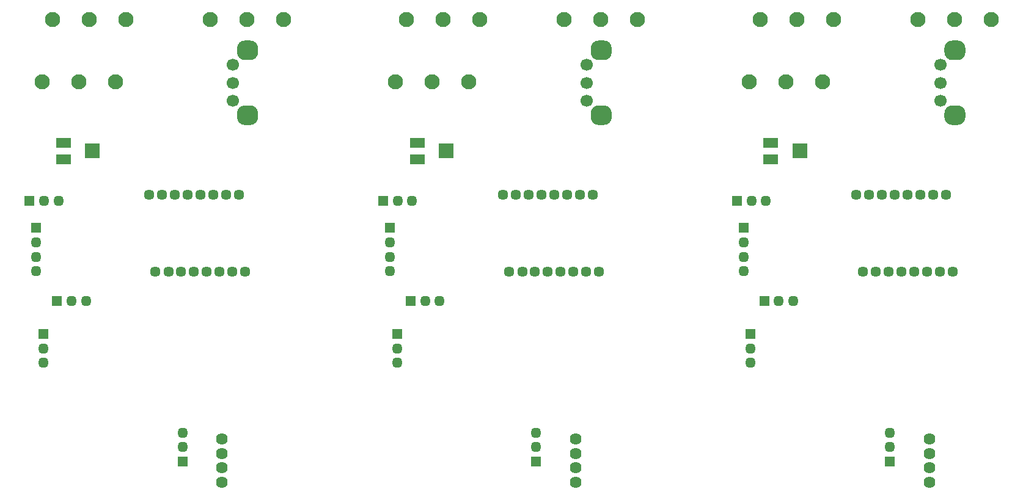
<source format=gbr>
%TF.GenerationSoftware,KiCad,Pcbnew,(5.1.6-0-10_14)*%
%TF.CreationDate,2020-11-03T23:38:41+01:00*%
%TF.ProjectId,panel_x3,70616e65-6c5f-4783-932e-6b696361645f,rev?*%
%TF.SameCoordinates,Original*%
%TF.FileFunction,Soldermask,Bot*%
%TF.FilePolarity,Negative*%
%FSLAX46Y46*%
G04 Gerber Fmt 4.6, Leading zero omitted, Abs format (unit mm)*
G04 Created by KiCad (PCBNEW (5.1.6-0-10_14)) date 2020-11-03 23:38:41*
%MOMM*%
%LPD*%
G01*
G04 APERTURE LIST*
%ADD10O,1.450000X1.450000*%
%ADD11R,1.450000X1.450000*%
%ADD12C,1.624000*%
%ADD13C,2.100000*%
%ADD14C,1.700000*%
%ADD15R,2.100000X1.400000*%
%ADD16R,2.100000X2.100000*%
%ADD17C,1.450000*%
G04 APERTURE END LIST*
D10*
%TO.C,J4*%
X177980000Y-110183200D03*
X177980000Y-112183200D03*
D11*
X177980000Y-114183200D03*
%TD*%
D10*
%TO.C,J3*%
X157700000Y-87800000D03*
X157700000Y-85800000D03*
X157700000Y-83800000D03*
D11*
X157700000Y-81800000D03*
%TD*%
D12*
%TO.C,J1*%
X183441000Y-117056200D03*
X183441000Y-111056200D03*
X183441000Y-113056200D03*
X183441000Y-115056200D03*
%TD*%
D13*
%TO.C,SW2*%
X181840000Y-52850000D03*
X192000000Y-52850000D03*
X186920000Y-52850000D03*
%TD*%
%TO.C,SW3*%
G36*
G01*
X187407500Y-58506000D02*
X186586500Y-58506000D01*
G75*
G02*
X185547000Y-57466500I0J1039500D01*
G01*
X185547000Y-56845500D01*
G75*
G02*
X186586500Y-55806000I1039500J0D01*
G01*
X187407500Y-55806000D01*
G75*
G02*
X188447000Y-56845500I0J-1039500D01*
G01*
X188447000Y-57466500D01*
G75*
G02*
X187407500Y-58506000I-1039500J0D01*
G01*
G37*
G36*
G01*
X187407500Y-67506000D02*
X186586500Y-67506000D01*
G75*
G02*
X185547000Y-66466500I0J1039500D01*
G01*
X185547000Y-65845500D01*
G75*
G02*
X186586500Y-64806000I1039500J0D01*
G01*
X187407500Y-64806000D01*
G75*
G02*
X188447000Y-65845500I0J-1039500D01*
G01*
X188447000Y-66466500D01*
G75*
G02*
X187407500Y-67506000I-1039500J0D01*
G01*
G37*
D14*
X184997000Y-59156000D03*
X184997000Y-61656000D03*
X184997000Y-64156000D03*
%TD*%
D15*
%TO.C,RV1*%
X161500000Y-72250000D03*
D16*
X165500000Y-71100000D03*
D15*
X161500000Y-69950000D03*
%TD*%
D17*
%TO.C,U2*%
X173340000Y-77150000D03*
X175120000Y-77150000D03*
X176900000Y-77150000D03*
X178680000Y-77150000D03*
X180460000Y-77150000D03*
X182240000Y-77150000D03*
X184020000Y-77150000D03*
X185800000Y-77150000D03*
X174230000Y-87850000D03*
X176050000Y-87850000D03*
X177790000Y-87850000D03*
X179570000Y-87850000D03*
X181350000Y-87850000D03*
X183130000Y-87850000D03*
X184910000Y-87850000D03*
X186690000Y-87850000D03*
%TD*%
D13*
%TO.C,SW4*%
X163600000Y-61550000D03*
X168680000Y-61550000D03*
X158520000Y-61550000D03*
%TD*%
%TO.C,SW1*%
X170180000Y-52850000D03*
X160020000Y-52850000D03*
X165100000Y-52850000D03*
%TD*%
D11*
%TO.C,J5*%
X156800000Y-78000000D03*
D10*
X158800000Y-78000000D03*
X160800000Y-78000000D03*
%TD*%
D11*
%TO.C,J6*%
X160600000Y-91900000D03*
D10*
X162600000Y-91900000D03*
X164600000Y-91900000D03*
%TD*%
D11*
%TO.C,J2*%
X158700000Y-96500000D03*
D10*
X158700000Y-98500000D03*
X158700000Y-100500000D03*
%TD*%
%TO.C,J4*%
X128980000Y-110183200D03*
X128980000Y-112183200D03*
D11*
X128980000Y-114183200D03*
%TD*%
D10*
%TO.C,J3*%
X108700000Y-87800000D03*
X108700000Y-85800000D03*
X108700000Y-83800000D03*
D11*
X108700000Y-81800000D03*
%TD*%
D12*
%TO.C,J1*%
X134441000Y-117056200D03*
X134441000Y-111056200D03*
X134441000Y-113056200D03*
X134441000Y-115056200D03*
%TD*%
D13*
%TO.C,SW2*%
X132840000Y-52850000D03*
X143000000Y-52850000D03*
X137920000Y-52850000D03*
%TD*%
%TO.C,SW3*%
G36*
G01*
X138407500Y-58506000D02*
X137586500Y-58506000D01*
G75*
G02*
X136547000Y-57466500I0J1039500D01*
G01*
X136547000Y-56845500D01*
G75*
G02*
X137586500Y-55806000I1039500J0D01*
G01*
X138407500Y-55806000D01*
G75*
G02*
X139447000Y-56845500I0J-1039500D01*
G01*
X139447000Y-57466500D01*
G75*
G02*
X138407500Y-58506000I-1039500J0D01*
G01*
G37*
G36*
G01*
X138407500Y-67506000D02*
X137586500Y-67506000D01*
G75*
G02*
X136547000Y-66466500I0J1039500D01*
G01*
X136547000Y-65845500D01*
G75*
G02*
X137586500Y-64806000I1039500J0D01*
G01*
X138407500Y-64806000D01*
G75*
G02*
X139447000Y-65845500I0J-1039500D01*
G01*
X139447000Y-66466500D01*
G75*
G02*
X138407500Y-67506000I-1039500J0D01*
G01*
G37*
D14*
X135997000Y-59156000D03*
X135997000Y-61656000D03*
X135997000Y-64156000D03*
%TD*%
D15*
%TO.C,RV1*%
X112500000Y-72250000D03*
D16*
X116500000Y-71100000D03*
D15*
X112500000Y-69950000D03*
%TD*%
D17*
%TO.C,U2*%
X124340000Y-77150000D03*
X126120000Y-77150000D03*
X127900000Y-77150000D03*
X129680000Y-77150000D03*
X131460000Y-77150000D03*
X133240000Y-77150000D03*
X135020000Y-77150000D03*
X136800000Y-77150000D03*
X125230000Y-87850000D03*
X127050000Y-87850000D03*
X128790000Y-87850000D03*
X130570000Y-87850000D03*
X132350000Y-87850000D03*
X134130000Y-87850000D03*
X135910000Y-87850000D03*
X137690000Y-87850000D03*
%TD*%
D13*
%TO.C,SW4*%
X114600000Y-61550000D03*
X119680000Y-61550000D03*
X109520000Y-61550000D03*
%TD*%
%TO.C,SW1*%
X121180000Y-52850000D03*
X111020000Y-52850000D03*
X116100000Y-52850000D03*
%TD*%
D11*
%TO.C,J5*%
X107800000Y-78000000D03*
D10*
X109800000Y-78000000D03*
X111800000Y-78000000D03*
%TD*%
D11*
%TO.C,J6*%
X111600000Y-91900000D03*
D10*
X113600000Y-91900000D03*
X115600000Y-91900000D03*
%TD*%
D11*
%TO.C,J2*%
X109700000Y-96500000D03*
D10*
X109700000Y-98500000D03*
X109700000Y-100500000D03*
%TD*%
D11*
%TO.C,J3*%
X59700000Y-81800000D03*
D10*
X59700000Y-83800000D03*
X59700000Y-85800000D03*
X59700000Y-87800000D03*
%TD*%
%TO.C,J2*%
X60700000Y-100500000D03*
X60700000Y-98500000D03*
D11*
X60700000Y-96500000D03*
%TD*%
D10*
%TO.C,J6*%
X66600000Y-91900000D03*
X64600000Y-91900000D03*
D11*
X62600000Y-91900000D03*
%TD*%
D10*
%TO.C,J5*%
X62800000Y-78000000D03*
X60800000Y-78000000D03*
D11*
X58800000Y-78000000D03*
%TD*%
D15*
%TO.C,RV1*%
X63500000Y-69950000D03*
D16*
X67500000Y-71100000D03*
D15*
X63500000Y-72250000D03*
%TD*%
D14*
%TO.C,SW3*%
X86997000Y-64156000D03*
X86997000Y-61656000D03*
X86997000Y-59156000D03*
G36*
G01*
X89407500Y-67506000D02*
X88586500Y-67506000D01*
G75*
G02*
X87547000Y-66466500I0J1039500D01*
G01*
X87547000Y-65845500D01*
G75*
G02*
X88586500Y-64806000I1039500J0D01*
G01*
X89407500Y-64806000D01*
G75*
G02*
X90447000Y-65845500I0J-1039500D01*
G01*
X90447000Y-66466500D01*
G75*
G02*
X89407500Y-67506000I-1039500J0D01*
G01*
G37*
G36*
G01*
X89407500Y-58506000D02*
X88586500Y-58506000D01*
G75*
G02*
X87547000Y-57466500I0J1039500D01*
G01*
X87547000Y-56845500D01*
G75*
G02*
X88586500Y-55806000I1039500J0D01*
G01*
X89407500Y-55806000D01*
G75*
G02*
X90447000Y-56845500I0J-1039500D01*
G01*
X90447000Y-57466500D01*
G75*
G02*
X89407500Y-58506000I-1039500J0D01*
G01*
G37*
%TD*%
D12*
%TO.C,J1*%
X85441000Y-115056200D03*
X85441000Y-113056200D03*
X85441000Y-111056200D03*
X85441000Y-117056200D03*
%TD*%
D13*
%TO.C,SW2*%
X88920000Y-52850000D03*
X94000000Y-52850000D03*
X83840000Y-52850000D03*
%TD*%
%TO.C,SW1*%
X67100000Y-52850000D03*
X62020000Y-52850000D03*
X72180000Y-52850000D03*
%TD*%
%TO.C,SW4*%
X60520000Y-61550000D03*
X70680000Y-61550000D03*
X65600000Y-61550000D03*
%TD*%
D17*
%TO.C,U2*%
X88690000Y-87850000D03*
X86910000Y-87850000D03*
X85130000Y-87850000D03*
X83350000Y-87850000D03*
X81570000Y-87850000D03*
X79790000Y-87850000D03*
X78050000Y-87850000D03*
X76230000Y-87850000D03*
X87800000Y-77150000D03*
X86020000Y-77150000D03*
X84240000Y-77150000D03*
X82460000Y-77150000D03*
X80680000Y-77150000D03*
X78900000Y-77150000D03*
X77120000Y-77150000D03*
X75340000Y-77150000D03*
%TD*%
D11*
%TO.C,J4*%
X79980000Y-114183200D03*
D10*
X79980000Y-112183200D03*
X79980000Y-110183200D03*
%TD*%
M02*

</source>
